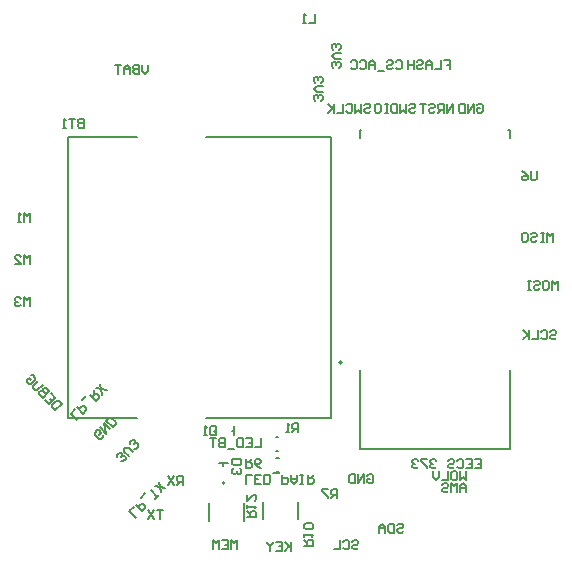
<source format=gbo>
%TF.GenerationSoftware,Altium Limited,Altium Designer,25.0.2 (28)*%
G04 Layer_Color=32896*
%FSLAX45Y45*%
%MOMM*%
%TF.SameCoordinates,35A56F3A-7D9F-4CF9-8D97-DF5CB8944ECC*%
%TF.FilePolarity,Positive*%
%TF.FileFunction,Legend,Bot*%
%TF.Part,Single*%
G01*
G75*
%TA.AperFunction,NonConductor*%
%ADD53C,0.15240*%
%ADD56C,0.20000*%
%ADD58C,0.20300*%
%ADD59C,0.12700*%
D53*
X9956305Y6298120D02*
G03*
X9956305Y6298120I-7620J0D01*
G01*
X10028999Y5859285D02*
G03*
X10028999Y5859285I-7620J0D01*
G01*
X10466345Y6066790D02*
X10488655D01*
X10466345Y5947410D02*
X10488655D01*
X10465075Y6244590D02*
X10487385D01*
X10465075Y6125210D02*
X10487385D01*
X9898380Y5540015D02*
Y5686785D01*
X10193020Y5540015D02*
Y5686785D01*
X10355580Y5552715D02*
Y5699485D01*
X10650220Y5552715D02*
Y5699485D01*
X12164077Y9057619D02*
X12176772Y9070315D01*
X12202164D01*
X12214860Y9057619D01*
Y9006836D01*
X12202164Y8994140D01*
X12176772D01*
X12164077Y9006836D01*
Y9032228D01*
X12189468D01*
X12138685Y8994140D02*
Y9070315D01*
X12087901Y8994140D01*
Y9070315D01*
X12062509D02*
Y8994140D01*
X12024421D01*
X12011726Y9006836D01*
Y9057619D01*
X12024421Y9070315D01*
X12062509D01*
X9674860Y5844540D02*
Y5920715D01*
X9636772D01*
X9624077Y5908019D01*
Y5882628D01*
X9636772Y5869932D01*
X9674860D01*
X9649468D02*
X9624077Y5844540D01*
X9598685Y5920715D02*
X9547901Y5844540D01*
Y5920715D02*
X9598685Y5844540D01*
X12786377Y7139919D02*
X12799072Y7152615D01*
X12824464D01*
X12837160Y7139919D01*
Y7127223D01*
X12824464Y7114528D01*
X12799072D01*
X12786377Y7101832D01*
Y7089136D01*
X12799072Y7076440D01*
X12824464D01*
X12837160Y7089136D01*
X12710201Y7139919D02*
X12722897Y7152615D01*
X12748289D01*
X12760985Y7139919D01*
Y7089136D01*
X12748289Y7076440D01*
X12722897D01*
X12710201Y7089136D01*
X12684809Y7152615D02*
Y7076440D01*
X12634026D01*
X12608634Y7152615D02*
Y7076440D01*
Y7101832D01*
X12557850Y7152615D01*
X12595938Y7114528D01*
X12557850Y7076440D01*
X11478277Y9425915D02*
X11490972Y9438611D01*
X11516364D01*
X11529060Y9425915D01*
Y9375132D01*
X11516364Y9362436D01*
X11490972D01*
X11478277Y9375132D01*
X11402101Y9425915D02*
X11414797Y9438611D01*
X11440189D01*
X11452885Y9425915D01*
Y9413219D01*
X11440189Y9400524D01*
X11414797D01*
X11402101Y9387828D01*
Y9375132D01*
X11414797Y9362436D01*
X11440189D01*
X11452885Y9375132D01*
X11376709Y9349740D02*
X11325926D01*
X11300534Y9362436D02*
Y9413219D01*
X11275142Y9438611D01*
X11249750Y9413219D01*
Y9362436D01*
Y9400524D01*
X11300534D01*
X11173575Y9425915D02*
X11186271Y9438611D01*
X11211663D01*
X11224359Y9425915D01*
Y9375132D01*
X11211663Y9362436D01*
X11186271D01*
X11173575Y9375132D01*
X11097400Y9425915D02*
X11110095Y9438611D01*
X11135487D01*
X11148183Y9425915D01*
Y9375132D01*
X11135487Y9362436D01*
X11110095D01*
X11097400Y9375132D01*
X9279194Y5563259D02*
X9225330Y5617123D01*
X9261239Y5653032D01*
X9279194Y5670987D02*
X9333058Y5617123D01*
X9359990Y5644055D01*
X9359990Y5662009D01*
X9342036Y5679964D01*
X9324081D01*
X9297149Y5653032D01*
X9324081Y5733828D02*
X9359990Y5769738D01*
X9440787Y5724851D02*
X9476696Y5760760D01*
X9458741Y5742806D01*
X9404877Y5796670D01*
X9494651Y5778715D02*
X9476696Y5868488D01*
X9530560Y5814624D02*
X9440787Y5832579D01*
X10335260Y6238211D02*
Y6162036D01*
X10284477D01*
X10208301Y6238211D02*
X10259085D01*
Y6162036D01*
X10208301D01*
X10259085Y6200124D02*
X10233693D01*
X10182909Y6238211D02*
Y6162036D01*
X10144821D01*
X10132126Y6174732D01*
Y6225515D01*
X10144821Y6238211D01*
X10182909D01*
X10106734Y6149340D02*
X10055950D01*
X10030559Y6238211D02*
Y6162036D01*
X9992471D01*
X9979775Y6174732D01*
Y6187428D01*
X9992471Y6200124D01*
X10030559D01*
X9992471D01*
X9979775Y6212819D01*
Y6225515D01*
X9992471Y6238211D01*
X10030559D01*
X9954383D02*
X9903600D01*
X9928991D01*
Y6162036D01*
X10213340Y5852189D02*
Y5928364D01*
X10264123D01*
X10340299Y5852189D02*
X10289515D01*
Y5928364D01*
X10340299D01*
X10289515Y5890276D02*
X10314907D01*
X10365691Y5852189D02*
Y5928364D01*
X10403779D01*
X10416474Y5915668D01*
Y5864885D01*
X10403779Y5852189D01*
X10365691D01*
X10441866Y5941060D02*
X10492650D01*
X10518041Y5928364D02*
Y5852189D01*
X10556129D01*
X10568825Y5864885D01*
Y5890276D01*
X10556129Y5902972D01*
X10518041D01*
X10594217Y5928364D02*
Y5877581D01*
X10619609Y5852189D01*
X10645000Y5877581D01*
Y5928364D01*
Y5890276D01*
X10594217D01*
X10670392Y5852189D02*
X10695784D01*
X10683088D01*
Y5928364D01*
X10670392D01*
X10695784D01*
X10733872D02*
Y5852189D01*
X10771959D01*
X10784655Y5864885D01*
Y5890276D01*
X10771959Y5902972D01*
X10733872D01*
X10759263D02*
X10784655Y5928364D01*
X10132060Y5298440D02*
Y5374615D01*
X10106668Y5349223D01*
X10081277Y5374615D01*
Y5298440D01*
X10005101Y5374615D02*
X10055885D01*
Y5298440D01*
X10005101D01*
X10055885Y5336528D02*
X10030493D01*
X9979709Y5298440D02*
Y5374615D01*
X9954317Y5349223D01*
X9928926Y5374615D01*
Y5298440D01*
X10589260Y5361915D02*
Y5285740D01*
Y5311132D01*
X10538477Y5361915D01*
X10576564Y5323828D01*
X10538477Y5285740D01*
X10462301Y5361915D02*
X10513085D01*
Y5285740D01*
X10462301D01*
X10513085Y5323828D02*
X10487693D01*
X10436909Y5361915D02*
Y5349219D01*
X10411517Y5323828D01*
X10386126Y5349219D01*
Y5361915D01*
X10411517Y5323828D02*
Y5285740D01*
X11109977Y5361919D02*
X11122672Y5374615D01*
X11148064D01*
X11160760Y5361919D01*
Y5349223D01*
X11148064Y5336528D01*
X11122672D01*
X11109977Y5323832D01*
Y5311136D01*
X11122672Y5298440D01*
X11148064D01*
X11160760Y5311136D01*
X11033801Y5361919D02*
X11046497Y5374615D01*
X11071889D01*
X11084585Y5361919D01*
Y5311136D01*
X11071889Y5298440D01*
X11046497D01*
X11033801Y5311136D01*
X11008409Y5374615D02*
Y5298440D01*
X10957626D01*
X11236977Y5920719D02*
X11249672Y5933415D01*
X11275064D01*
X11287760Y5920719D01*
Y5869936D01*
X11275064Y5857240D01*
X11249672D01*
X11236977Y5869936D01*
Y5895328D01*
X11262368D01*
X11211585Y5857240D02*
Y5933415D01*
X11160801Y5857240D01*
Y5933415D01*
X11135409D02*
Y5857240D01*
X11097321D01*
X11084626Y5869936D01*
Y5920719D01*
X11097321Y5933415D01*
X11135409D01*
X11490977Y5501619D02*
X11503672Y5514315D01*
X11529064D01*
X11541760Y5501619D01*
Y5488923D01*
X11529064Y5476228D01*
X11503672D01*
X11490977Y5463532D01*
Y5450836D01*
X11503672Y5438140D01*
X11529064D01*
X11541760Y5450836D01*
X11465585Y5514315D02*
Y5438140D01*
X11427497D01*
X11414801Y5450836D01*
Y5501619D01*
X11427497Y5514315D01*
X11465585D01*
X11389409Y5438140D02*
Y5488923D01*
X11364017Y5514315D01*
X11338626Y5488923D01*
Y5438140D01*
Y5476228D01*
X11389409D01*
X9509760Y5628615D02*
X9458977D01*
X9484368D01*
Y5552440D01*
X9433585Y5628615D02*
X9382801Y5552440D01*
Y5628615D02*
X9433585Y5552440D01*
X9156294Y6041230D02*
X9174248D01*
X9192203Y6059185D01*
X9192203Y6077140D01*
X9183226Y6086117D01*
X9165271D01*
X9156294Y6077140D01*
X9165271Y6086117D01*
X9165271Y6104072D01*
X9156294Y6113049D01*
X9138339Y6113049D01*
X9120384Y6095094D01*
Y6077140D01*
X9219135Y6086117D02*
X9183226Y6122026D01*
Y6157936D01*
X9219135D01*
X9255044Y6122026D01*
X9264022Y6148958D02*
X9281977D01*
X9299931Y6166913D01*
Y6184868D01*
X9290954Y6193845D01*
X9272999D01*
X9264022Y6184868D01*
X9272999Y6193845D01*
X9272999Y6211800D01*
X9264022Y6220777D01*
X9246067Y6220777D01*
X9228113Y6202823D01*
Y6184868D01*
X9001703Y6267640D02*
X9001703Y6249685D01*
X8983748Y6231730D01*
X8965794D01*
X8929884Y6267640D01*
Y6285594D01*
X8947839Y6303549D01*
X8965794Y6303549D01*
X8983748Y6285594D01*
X8965794Y6267640D01*
X8974771Y6330481D02*
X9028635Y6276617D01*
X9010680Y6366391D01*
X9064544Y6312526D01*
X9082499Y6330481D02*
X9028635Y6384345D01*
X9055567Y6411277D01*
X9073522Y6411277D01*
X9109431Y6375368D01*
Y6357413D01*
X9082499Y6330481D01*
X8780548Y6391576D02*
X8726684Y6445440D01*
X8762594Y6481349D01*
X8780548Y6499304D02*
X8834413Y6445440D01*
X8861345Y6472372D01*
X8861344Y6490326D01*
X8843390Y6508281D01*
X8825435D01*
X8798503Y6481349D01*
X8825435Y6562145D02*
X8861344Y6598055D01*
X8888277Y6607032D02*
X8942141Y6553168D01*
X8969073Y6580100D01*
X8969073Y6598055D01*
X8951118Y6616009D01*
X8933163D01*
X8906231Y6589077D01*
X8924186Y6607032D02*
Y6642942D01*
X8996005Y6607032D02*
X8978050Y6696806D01*
X9031914Y6642942D02*
X8942141Y6660896D01*
X8651764Y6527017D02*
X8597900Y6473153D01*
X8570968Y6500085D01*
X8570968Y6518039D01*
X8606877Y6553949D01*
X8624832Y6553949D01*
X8651764Y6527017D01*
X8561991Y6616790D02*
X8597900Y6580881D01*
X8544036Y6527017D01*
X8508126Y6562926D01*
X8570968Y6553949D02*
X8553013Y6571904D01*
X8544036Y6634745D02*
X8490172Y6580881D01*
X8463240Y6607813D01*
X8463240Y6625768D01*
X8472217Y6634745D01*
X8490172Y6634745D01*
X8517104Y6607813D01*
X8490172Y6634745D01*
Y6652700D01*
X8499149Y6661677D01*
X8517104D01*
X8544036Y6634745D01*
X8490172Y6688609D02*
X8445285Y6643722D01*
X8427330D01*
X8409376Y6661677D01*
Y6679632D01*
X8454262Y6724518D01*
X8391421Y6769405D02*
X8409376D01*
X8427330Y6751451D01*
Y6733496D01*
X8391421Y6697587D01*
X8373466D01*
X8355511Y6715541D01*
X8355512Y6733496D01*
X8373466Y6751451D01*
X8391421Y6733496D01*
X9382760Y9400515D02*
Y9349732D01*
X9357368Y9324340D01*
X9331977Y9349732D01*
Y9400515D01*
X9306585D02*
Y9324340D01*
X9268497D01*
X9255801Y9337036D01*
Y9349732D01*
X9268497Y9362428D01*
X9306585D01*
X9268497D01*
X9255801Y9375123D01*
Y9387819D01*
X9268497Y9400515D01*
X9306585D01*
X9230409Y9324340D02*
Y9375123D01*
X9205017Y9400515D01*
X9179626Y9375123D01*
Y9324340D01*
Y9362428D01*
X9230409D01*
X9154234Y9400515D02*
X9103450D01*
X9128842D01*
Y9324340D01*
X11000719Y9375140D02*
X11013415Y9387836D01*
Y9413228D01*
X11000719Y9425923D01*
X10988023D01*
X10975328Y9413228D01*
Y9400532D01*
Y9413228D01*
X10962632Y9425923D01*
X10949936D01*
X10937240Y9413228D01*
Y9387836D01*
X10949936Y9375140D01*
X11013415Y9451315D02*
X10962632D01*
X10937240Y9476707D01*
X10962632Y9502099D01*
X11013415D01*
X11000719Y9527491D02*
X11013415Y9540187D01*
Y9565579D01*
X11000719Y9578274D01*
X10988023D01*
X10975328Y9565579D01*
Y9552883D01*
Y9565579D01*
X10962632Y9578274D01*
X10949936D01*
X10937240Y9565579D01*
Y9540187D01*
X10949936Y9527491D01*
X12849860Y7495540D02*
Y7571715D01*
X12824467Y7546323D01*
X12799077Y7571715D01*
Y7495540D01*
X12735597Y7571715D02*
X12760989D01*
X12773685Y7559019D01*
Y7508236D01*
X12760989Y7495540D01*
X12735597D01*
X12722901Y7508236D01*
Y7559019D01*
X12735597Y7571715D01*
X12646726Y7559019D02*
X12659421Y7571715D01*
X12684813D01*
X12697509Y7559019D01*
Y7546323D01*
X12684813Y7533628D01*
X12659421D01*
X12646726Y7520932D01*
Y7508236D01*
X12659421Y7495540D01*
X12684813D01*
X12697509Y7508236D01*
X12621334Y7571715D02*
X12595942D01*
X12608638D01*
Y7495540D01*
X12621334D01*
X12595942D01*
X12811760Y7901940D02*
Y7978115D01*
X12786368Y7952723D01*
X12760977Y7978115D01*
Y7901940D01*
X12735585Y7978115D02*
X12710193D01*
X12722889D01*
Y7901940D01*
X12735585D01*
X12710193D01*
X12621322Y7965419D02*
X12634017Y7978115D01*
X12659409D01*
X12672105Y7965419D01*
Y7952723D01*
X12659409Y7940028D01*
X12634017D01*
X12621322Y7927332D01*
Y7914636D01*
X12634017Y7901940D01*
X12659409D01*
X12672105Y7914636D01*
X12557842Y7978115D02*
X12583234D01*
X12595930Y7965419D01*
Y7914636D01*
X12583234Y7901940D01*
X12557842D01*
X12545146Y7914636D01*
Y7965419D01*
X12557842Y7978115D01*
X8379460Y8067040D02*
Y8143215D01*
X8354068Y8117823D01*
X8328677Y8143215D01*
Y8067040D01*
X8303285D02*
X8277893D01*
X8290589D01*
Y8143215D01*
X8303285Y8130519D01*
X8379460Y7711440D02*
Y7787615D01*
X8354068Y7762223D01*
X8328677Y7787615D01*
Y7711440D01*
X8252501D02*
X8303285D01*
X8252501Y7762223D01*
Y7774919D01*
X8265197Y7787615D01*
X8290589D01*
X8303285Y7774919D01*
X8379460Y7355840D02*
Y7432015D01*
X8354068Y7406623D01*
X8328677Y7432015D01*
Y7355840D01*
X8303285Y7419319D02*
X8290589Y7432015D01*
X8265197D01*
X8252501Y7419319D01*
Y7406623D01*
X8265197Y7393928D01*
X8277893D01*
X8265197D01*
X8252501Y7381232D01*
Y7368536D01*
X8265197Y7355840D01*
X8290589D01*
X8303285Y7368536D01*
X11960860Y8994140D02*
Y9070315D01*
X11910077Y8994140D01*
Y9070315D01*
X11884685Y8994140D02*
Y9070315D01*
X11846597D01*
X11833901Y9057619D01*
Y9032228D01*
X11846597Y9019532D01*
X11884685D01*
X11859293D02*
X11833901Y8994140D01*
X11757726Y9057619D02*
X11770421Y9070315D01*
X11795813D01*
X11808509Y9057619D01*
Y9044923D01*
X11795813Y9032228D01*
X11770421D01*
X11757726Y9019532D01*
Y9006836D01*
X11770421Y8994140D01*
X11795813D01*
X11808509Y9006836D01*
X11732334Y9070315D02*
X11681550D01*
X11706942D01*
Y8994140D01*
X11884677Y9438615D02*
X11935460D01*
Y9400528D01*
X11910068D01*
X11935460D01*
Y9362440D01*
X11859285Y9438615D02*
Y9362440D01*
X11808501D01*
X11783109D02*
Y9413223D01*
X11757717Y9438615D01*
X11732326Y9413223D01*
Y9362440D01*
Y9400528D01*
X11783109D01*
X11656150Y9425919D02*
X11668846Y9438615D01*
X11694238D01*
X11706934Y9425919D01*
Y9413223D01*
X11694238Y9400528D01*
X11668846D01*
X11656150Y9387832D01*
Y9375136D01*
X11668846Y9362440D01*
X11694238D01*
X11706934Y9375136D01*
X11630759Y9438615D02*
Y9362440D01*
Y9400528D01*
X11579975D01*
Y9438615D01*
Y9362440D01*
X11211577Y9057619D02*
X11224272Y9070315D01*
X11249664D01*
X11262360Y9057619D01*
Y9044923D01*
X11249664Y9032228D01*
X11224272D01*
X11211577Y9019532D01*
Y9006836D01*
X11224272Y8994140D01*
X11249664D01*
X11262360Y9006836D01*
X11186185Y9070315D02*
Y8994140D01*
X11160793Y9019532D01*
X11135401Y8994140D01*
Y9070315D01*
X11059226Y9057619D02*
X11071921Y9070315D01*
X11097313D01*
X11110009Y9057619D01*
Y9006836D01*
X11097313Y8994140D01*
X11071921D01*
X11059226Y9006836D01*
X11033834Y9070315D02*
Y8994140D01*
X10983050D01*
X10957659Y9070315D02*
Y8994140D01*
Y9019532D01*
X10906875Y9070315D01*
X10944963Y9032228D01*
X10906875Y8994140D01*
X10848319Y9095740D02*
X10861015Y9108436D01*
Y9133828D01*
X10848319Y9146523D01*
X10835623D01*
X10822928Y9133828D01*
Y9121132D01*
Y9133828D01*
X10810232Y9146523D01*
X10797536D01*
X10784840Y9133828D01*
Y9108436D01*
X10797536Y9095740D01*
X10861015Y9171915D02*
X10810232D01*
X10784840Y9197307D01*
X10810232Y9222699D01*
X10861015D01*
X10848319Y9248091D02*
X10861015Y9260787D01*
Y9286179D01*
X10848319Y9298874D01*
X10835623D01*
X10822928Y9286179D01*
Y9273483D01*
Y9286179D01*
X10810232Y9298874D01*
X10797536D01*
X10784840Y9286179D01*
Y9260787D01*
X10797536Y9248091D01*
X11592577Y9057619D02*
X11605272Y9070315D01*
X11630664D01*
X11643360Y9057619D01*
Y9044923D01*
X11630664Y9032228D01*
X11605272D01*
X11592577Y9019532D01*
Y9006836D01*
X11605272Y8994140D01*
X11630664D01*
X11643360Y9006836D01*
X11567185Y9070315D02*
Y8994140D01*
X11541793Y9019532D01*
X11516401Y8994140D01*
Y9070315D01*
X11491009D02*
Y8994140D01*
X11452921D01*
X11440226Y9006836D01*
Y9057619D01*
X11452921Y9070315D01*
X11491009D01*
X11414834D02*
X11389442D01*
X11402138D01*
Y8994140D01*
X11414834D01*
X11389442D01*
X11313267Y9070315D02*
X11338659D01*
X11351354Y9057619D01*
Y9006836D01*
X11338659Y8994140D01*
X11313267D01*
X11300571Y9006836D01*
Y9057619D01*
X11313267Y9070315D01*
X12075160Y5781040D02*
Y5831823D01*
X12049768Y5857215D01*
X12024377Y5831823D01*
Y5781040D01*
Y5819128D01*
X12075160D01*
X11998985Y5781040D02*
Y5857215D01*
X11973593Y5831823D01*
X11948201Y5857215D01*
Y5781040D01*
X11872026Y5844519D02*
X11884721Y5857215D01*
X11910113D01*
X11922809Y5844519D01*
Y5831823D01*
X11910113Y5819128D01*
X11884721D01*
X11872026Y5806432D01*
Y5793736D01*
X11884721Y5781040D01*
X11910113D01*
X11922809Y5793736D01*
X12075160Y5958815D02*
Y5882640D01*
X12049768Y5908032D01*
X12024377Y5882640D01*
Y5958815D01*
X11960897D02*
X11986289D01*
X11998985Y5946119D01*
Y5895336D01*
X11986289Y5882640D01*
X11960897D01*
X11948201Y5895336D01*
Y5946119D01*
X11960897Y5958815D01*
X11922809D02*
Y5882640D01*
X11872026D01*
X11846634Y5958815D02*
Y5908032D01*
X11821242Y5882640D01*
X11795850Y5908032D01*
Y5958815D01*
X12151377Y6060415D02*
X12202160D01*
Y5984240D01*
X12151377D01*
X12202160Y6022328D02*
X12176768D01*
X12075201Y6060415D02*
X12125985D01*
Y5984240D01*
X12075201D01*
X12125985Y6022328D02*
X12100593D01*
X11999026Y6047719D02*
X12011721Y6060415D01*
X12037113D01*
X12049809Y6047719D01*
Y5996936D01*
X12037113Y5984240D01*
X12011721D01*
X11999026Y5996936D01*
X11922850Y6047719D02*
X11935546Y6060415D01*
X11960938D01*
X11973634Y6047719D01*
Y6035023D01*
X11960938Y6022328D01*
X11935546D01*
X11922850Y6009632D01*
Y5996936D01*
X11935546Y5984240D01*
X11960938D01*
X11973634Y5996936D01*
X11821283Y6047719D02*
X11808587Y6060415D01*
X11783195D01*
X11770500Y6047719D01*
Y6035023D01*
X11783195Y6022328D01*
X11795891D01*
X11783195D01*
X11770500Y6009632D01*
Y5996936D01*
X11783195Y5984240D01*
X11808587D01*
X11821283Y5996936D01*
X11745108Y6060415D02*
X11694324D01*
Y6047719D01*
X11745108Y5996936D01*
Y5984240D01*
X11668932Y6047719D02*
X11656237Y6060415D01*
X11630845D01*
X11618149Y6047719D01*
Y6035023D01*
X11630845Y6022328D01*
X11643541D01*
X11630845D01*
X11618149Y6009632D01*
Y5996936D01*
X11630845Y5984240D01*
X11656237D01*
X11668932Y5996936D01*
X10985479Y5727712D02*
Y5803888D01*
X10947392D01*
X10934696Y5791192D01*
Y5765800D01*
X10947392Y5753104D01*
X10985479D01*
X10960088D02*
X10934696Y5727712D01*
X10909304Y5803888D02*
X10858521D01*
Y5791192D01*
X10909304Y5740408D01*
Y5727712D01*
X10655283Y6286512D02*
Y6362688D01*
X10617196D01*
X10604500Y6349992D01*
Y6324600D01*
X10617196Y6311904D01*
X10655283D01*
X10629892D02*
X10604500Y6286512D01*
X10579108D02*
X10553716D01*
X10566412D01*
Y6362688D01*
X10579108Y6349992D01*
X10223512Y5568981D02*
X10299688D01*
Y5607069D01*
X10286992Y5619764D01*
X10261600D01*
X10248904Y5607069D01*
Y5568981D01*
Y5594373D02*
X10223512Y5619764D01*
Y5645156D02*
Y5670548D01*
Y5657852D01*
X10299688D01*
X10286992Y5645156D01*
X10223512Y5759419D02*
Y5708636D01*
X10274296Y5759419D01*
X10286992D01*
X10299688Y5746724D01*
Y5721332D01*
X10286992Y5708636D01*
X10706112Y5327681D02*
X10782288D01*
Y5365769D01*
X10769592Y5378464D01*
X10744200D01*
X10731504Y5365769D01*
Y5327681D01*
Y5353073D02*
X10706112Y5378464D01*
Y5403856D02*
Y5429248D01*
Y5416552D01*
X10782288D01*
X10769592Y5403856D01*
Y5467336D02*
X10782288Y5480032D01*
Y5505424D01*
X10769592Y5518119D01*
X10718808D01*
X10706112Y5505424D01*
Y5480032D01*
X10718808Y5467336D01*
X10769592D01*
X10210820Y6057888D02*
Y5981712D01*
X10248908D01*
X10261604Y5994408D01*
Y6019800D01*
X10248908Y6032496D01*
X10210820D01*
X10236212D02*
X10261604Y6057888D01*
X10337779Y5981712D02*
X10312387Y5994408D01*
X10286995Y6019800D01*
Y6045192D01*
X10299691Y6057888D01*
X10325083D01*
X10337779Y6045192D01*
Y6032496D01*
X10325083Y6019800D01*
X10286995D01*
X10096512Y6057879D02*
X10172688D01*
Y6019792D01*
X10159992Y6007096D01*
X10109208D01*
X10096512Y6019792D01*
Y6057879D01*
X10109208Y5981704D02*
X10096512Y5969008D01*
Y5943616D01*
X10109208Y5930921D01*
X10121904D01*
X10134600Y5943616D01*
Y5956312D01*
Y5943616D01*
X10147296Y5930921D01*
X10159992D01*
X10172688Y5943616D01*
Y5969008D01*
X10159992Y5981704D01*
X9956783Y6337288D02*
Y6261112D01*
X9918696D01*
X9906000Y6273808D01*
Y6324592D01*
X9918696Y6337288D01*
X9956783D01*
X9880608Y6261112D02*
X9855216D01*
X9867912D01*
Y6337288D01*
X9880608Y6324592D01*
X10794983Y9829788D02*
Y9753612D01*
X10744200D01*
X10718808D02*
X10693416D01*
X10706112D01*
Y9829788D01*
X10718808Y9817092D01*
X12674579Y8496288D02*
Y8432808D01*
X12661883Y8420112D01*
X12636492D01*
X12623796Y8432808D01*
Y8496288D01*
X12547621D02*
X12573012Y8483592D01*
X12598404Y8458200D01*
Y8432808D01*
X12585708Y8420112D01*
X12560316D01*
X12547621Y8432808D01*
Y8445504D01*
X12560316Y8458200D01*
X12598404D01*
X8839171Y8940788D02*
Y8864612D01*
X8801083D01*
X8788388Y8877308D01*
Y8890004D01*
X8801083Y8902700D01*
X8839171D01*
X8801083D01*
X8788388Y8915396D01*
Y8928092D01*
X8801083Y8940788D01*
X8839171D01*
X8762996D02*
X8712212D01*
X8737604D01*
Y8864612D01*
X8686821D02*
X8661429D01*
X8674125D01*
Y8940788D01*
X8686821Y8928092D01*
D56*
X11021000Y6878600D02*
G03*
X11021000Y6878600I-10000J0D01*
G01*
D58*
X10095474Y6299995D02*
X10113010D01*
Y6261100D02*
Y6339840D01*
X9979660Y6023610D02*
X10058400D01*
X10019505Y6006074D02*
Y6023610D01*
D59*
X12446000Y8846100D02*
X12446000Y8778100D01*
X12433000Y8846100D02*
X12446000D01*
X11176000Y8846100D02*
X11189000Y8846100D01*
X11176000Y8778100D02*
Y8846100D01*
X12446000Y6146100D02*
Y6814100D01*
X11176000Y6146100D02*
X12446000D01*
X11176000D02*
Y6814100D01*
X8707350Y6405308D02*
Y8790308D01*
X10934350Y6405308D02*
Y8790308D01*
X8707350Y6405308D02*
X9292350D01*
X9872350D02*
X10934350D01*
X8707350Y8790308D02*
X9292350D01*
X9872350D02*
X10934350D01*
%TF.MD5,5094d14681959314dd198e901e94978b*%
M02*

</source>
